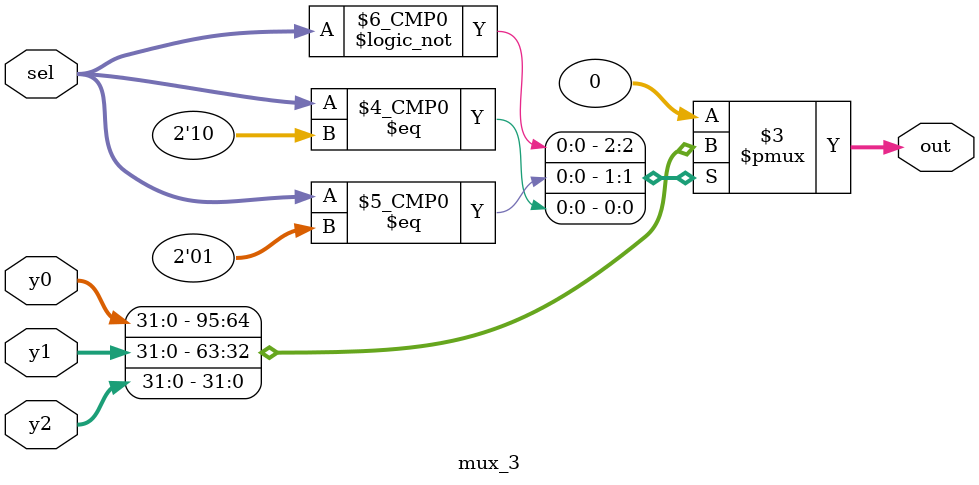
<source format=sv>

module mux_3 #(parameter Input_size = 32)

(
	//	I/O Definitions
	
	input  logic [Input_size-1:0] y0 , y1 , y2 ,
	
	input  logic [1:0] sel ,
	
	output logic [Input_size-1:0] out


); 

	// Combinational logic
	
	
	always_comb begin
	
		unique case(sel) 
		
			2'b00 : out = y0 ;
			
			2'b01 : out = y1 ;
			
			2'b10 : out = y2 ;
			
			default: out = {Input_size{1'b0}} ; 
	
		endcase
	
	
	end
	
	
	
	
endmodule
</source>
